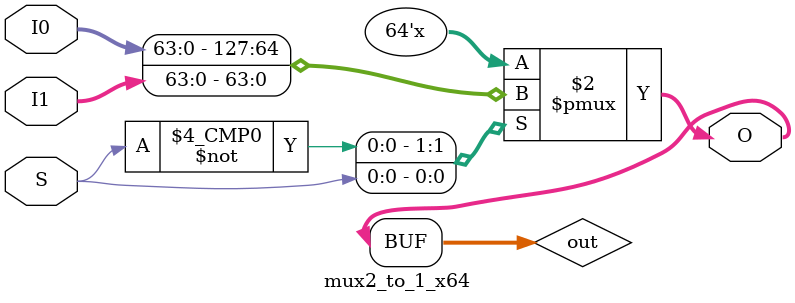
<source format=v>
`timescale 1ns / 1ps
module mux2_to_1_x64(
    input [63:0] I0,
    input [63:0] I1,
    output [63:0] O,
    input S
    );
	
	reg [63:0] out;
	assign O = out;
	
	always @(*)
	begin
		case (S)
			1'b0: out = I0;
			1'b1: out = I1;
		endcase
	end

endmodule

</source>
